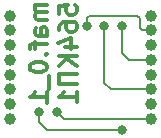
<source format=gbr>
G04 #@! TF.GenerationSoftware,KiCad,Pcbnew,(5.0.0)*
G04 #@! TF.CreationDate,2019-03-20T16:31:39+03:00*
G04 #@! TF.ProjectId,564__1__DG409L,3536341A1F31125F44473430394C2E6B,rev?*
G04 #@! TF.SameCoordinates,Original*
G04 #@! TF.FileFunction,Copper,L2,Bot,Signal*
G04 #@! TF.FilePolarity,Positive*
%FSLAX46Y46*%
G04 Gerber Fmt 4.6, Leading zero omitted, Abs format (unit mm)*
G04 Created by KiCad (PCBNEW (5.0.0)) date 03/20/19 16:31:39*
%MOMM*%
%LPD*%
G01*
G04 APERTURE LIST*
G04 #@! TA.AperFunction,NonConductor*
%ADD10C,0.300000*%
G04 #@! TD*
G04 #@! TA.AperFunction,ComponentPad*
%ADD11C,1.000000*%
G04 #@! TD*
G04 #@! TA.AperFunction,ViaPad*
%ADD12C,0.800000*%
G04 #@! TD*
G04 #@! TA.AperFunction,Conductor*
%ADD13C,0.200000*%
G04 #@! TD*
G04 APERTURE END LIST*
D10*
X140178571Y-88392857D02*
X139178571Y-88392857D01*
X139321428Y-88392857D02*
X139250000Y-88464285D01*
X139178571Y-88607142D01*
X139178571Y-88821428D01*
X139250000Y-88964285D01*
X139392857Y-89035714D01*
X140178571Y-89035714D01*
X139392857Y-89035714D02*
X139250000Y-89107142D01*
X139178571Y-89250000D01*
X139178571Y-89464285D01*
X139250000Y-89607142D01*
X139392857Y-89678571D01*
X140178571Y-89678571D01*
X140178571Y-91035714D02*
X139392857Y-91035714D01*
X139250000Y-90964285D01*
X139178571Y-90821428D01*
X139178571Y-90535714D01*
X139250000Y-90392857D01*
X140107142Y-91035714D02*
X140178571Y-90892857D01*
X140178571Y-90535714D01*
X140107142Y-90392857D01*
X139964285Y-90321428D01*
X139821428Y-90321428D01*
X139678571Y-90392857D01*
X139607142Y-90535714D01*
X139607142Y-90892857D01*
X139535714Y-91035714D01*
X139178571Y-91535714D02*
X139178571Y-92107142D01*
X140178571Y-91750000D02*
X138892857Y-91750000D01*
X138750000Y-91821428D01*
X138678571Y-91964285D01*
X138678571Y-92107142D01*
X140035714Y-92607142D02*
X140107142Y-92678571D01*
X140178571Y-92607142D01*
X140107142Y-92535714D01*
X140035714Y-92607142D01*
X140178571Y-92607142D01*
X138678571Y-93607142D02*
X138678571Y-93750000D01*
X138750000Y-93892857D01*
X138821428Y-93964285D01*
X138964285Y-94035714D01*
X139250000Y-94107142D01*
X139607142Y-94107142D01*
X139892857Y-94035714D01*
X140035714Y-93964285D01*
X140107142Y-93892857D01*
X140178571Y-93750000D01*
X140178571Y-93607142D01*
X140107142Y-93464285D01*
X140035714Y-93392857D01*
X139892857Y-93321428D01*
X139607142Y-93250000D01*
X139250000Y-93250000D01*
X138964285Y-93321428D01*
X138821428Y-93392857D01*
X138750000Y-93464285D01*
X138678571Y-93607142D01*
X140321428Y-94392857D02*
X140321428Y-95535714D01*
X140178571Y-96678571D02*
X140178571Y-95821428D01*
X140178571Y-96250000D02*
X138678571Y-96250000D01*
X138892857Y-96107142D01*
X139035714Y-95964285D01*
X139107142Y-95821428D01*
X141178571Y-89178571D02*
X141178571Y-88464285D01*
X141892857Y-88392857D01*
X141821428Y-88464285D01*
X141750000Y-88607142D01*
X141750000Y-88964285D01*
X141821428Y-89107142D01*
X141892857Y-89178571D01*
X142035714Y-89250000D01*
X142392857Y-89250000D01*
X142535714Y-89178571D01*
X142607142Y-89107142D01*
X142678571Y-88964285D01*
X142678571Y-88607142D01*
X142607142Y-88464285D01*
X142535714Y-88392857D01*
X141178571Y-90535714D02*
X141178571Y-90250000D01*
X141250000Y-90107142D01*
X141321428Y-90035714D01*
X141535714Y-89892857D01*
X141821428Y-89821428D01*
X142392857Y-89821428D01*
X142535714Y-89892857D01*
X142607142Y-89964285D01*
X142678571Y-90107142D01*
X142678571Y-90392857D01*
X142607142Y-90535714D01*
X142535714Y-90607142D01*
X142392857Y-90678571D01*
X142035714Y-90678571D01*
X141892857Y-90607142D01*
X141821428Y-90535714D01*
X141750000Y-90392857D01*
X141750000Y-90107142D01*
X141821428Y-89964285D01*
X141892857Y-89892857D01*
X142035714Y-89821428D01*
X141678571Y-91964285D02*
X142678571Y-91964285D01*
X141107142Y-91607142D02*
X142178571Y-91250000D01*
X142178571Y-92178571D01*
X142678571Y-92750000D02*
X141178571Y-92750000D01*
X142678571Y-93607142D02*
X141821428Y-92964285D01*
X141178571Y-93607142D02*
X142035714Y-92750000D01*
X142678571Y-94250000D02*
X141178571Y-94250000D01*
X141178571Y-95107142D01*
X142678571Y-95107142D01*
X142678571Y-96607142D02*
X142678571Y-95750000D01*
X142678571Y-96178571D02*
X141178571Y-96178571D01*
X141392857Y-96035714D01*
X141535714Y-95892857D01*
X141607142Y-95750000D01*
D11*
G04 #@! TO.P,DD1,1*
G04 #@! TO.N,Y0*
X137000000Y-89310001D03*
G04 #@! TO.P,DD1,16*
G04 #@! TO.N,Vcc*
X149000000Y-89310001D03*
G04 #@! TO.P,DD1,2*
G04 #@! TO.N,Y2*
X137000000Y-90560001D03*
G04 #@! TO.P,DD1,15*
G04 #@! TO.N,X2*
X149000000Y-90560001D03*
G04 #@! TO.P,DD1,3*
G04 #@! TO.N,Y*
X137000000Y-91810001D03*
G04 #@! TO.P,DD1,14*
G04 #@! TO.N,X1*
X149000000Y-91810001D03*
G04 #@! TO.P,DD1,4*
G04 #@! TO.N,Y3*
X137000000Y-93060001D03*
G04 #@! TO.P,DD1,13*
G04 #@! TO.N,X*
X149000000Y-93060001D03*
G04 #@! TO.P,DD1,5*
G04 #@! TO.N,Y1*
X137000000Y-94310001D03*
G04 #@! TO.P,DD1,12*
G04 #@! TO.N,X0*
X149000000Y-94310001D03*
G04 #@! TO.P,DD1,6*
G04 #@! TO.N,C*
X137000000Y-95560001D03*
G04 #@! TO.P,DD1,11*
G04 #@! TO.N,X3*
X149000000Y-95560001D03*
G04 #@! TO.P,DD1,7*
G04 #@! TO.N,Net-(DD1-Pad7)*
X137000000Y-96810001D03*
G04 #@! TO.P,DD1,10*
G04 #@! TO.N,A*
X149000000Y-96810001D03*
G04 #@! TO.P,DD1,8*
G04 #@! TO.N,GND*
X137000000Y-98060001D03*
G04 #@! TO.P,DD1,9*
G04 #@! TO.N,B*
X149000000Y-98060001D03*
G04 #@! TD*
D12*
G04 #@! TO.N,X2*
X143500000Y-90210001D03*
G04 #@! TO.N,X*
X146500000Y-90210001D03*
G04 #@! TO.N,C*
X139500000Y-97500000D03*
X146500000Y-99000000D03*
G04 #@! TO.N,X3*
X145000000Y-90210001D03*
G04 #@! TO.N,B*
X141000000Y-97500000D03*
G04 #@! TD*
D13*
G04 #@! TO.N,X2*
X143500000Y-89500000D02*
X143500000Y-90210001D01*
X148182002Y-90560001D02*
X148000000Y-90377999D01*
X148000000Y-90377999D02*
X148000000Y-89500000D01*
X148000000Y-89500000D02*
X147810000Y-89310000D01*
X149000000Y-90560001D02*
X148182002Y-90560001D01*
X147810000Y-89310000D02*
X143690000Y-89310000D01*
X143690000Y-89310000D02*
X143500000Y-89500000D01*
G04 #@! TO.N,X*
X147060001Y-93060001D02*
X149000000Y-93060001D01*
X146500000Y-90210001D02*
X146500000Y-92500000D01*
X146500000Y-92500000D02*
X147060001Y-93060001D01*
G04 #@! TO.N,C*
X140151472Y-99000000D02*
X141000000Y-99000000D01*
X139500000Y-98348528D02*
X140151472Y-99000000D01*
X139500000Y-97500000D02*
X139500000Y-98348528D01*
X141000000Y-99000000D02*
X146500000Y-99000000D01*
G04 #@! TO.N,X3*
X145560001Y-95560001D02*
X149000000Y-95560001D01*
X145000000Y-90210001D02*
X145000000Y-95000000D01*
X145000000Y-95000000D02*
X145560001Y-95560001D01*
G04 #@! TO.N,B*
X141560001Y-98060001D02*
X141000000Y-97500000D01*
X149000000Y-98060001D02*
X141560001Y-98060001D01*
G04 #@! TD*
M02*

</source>
